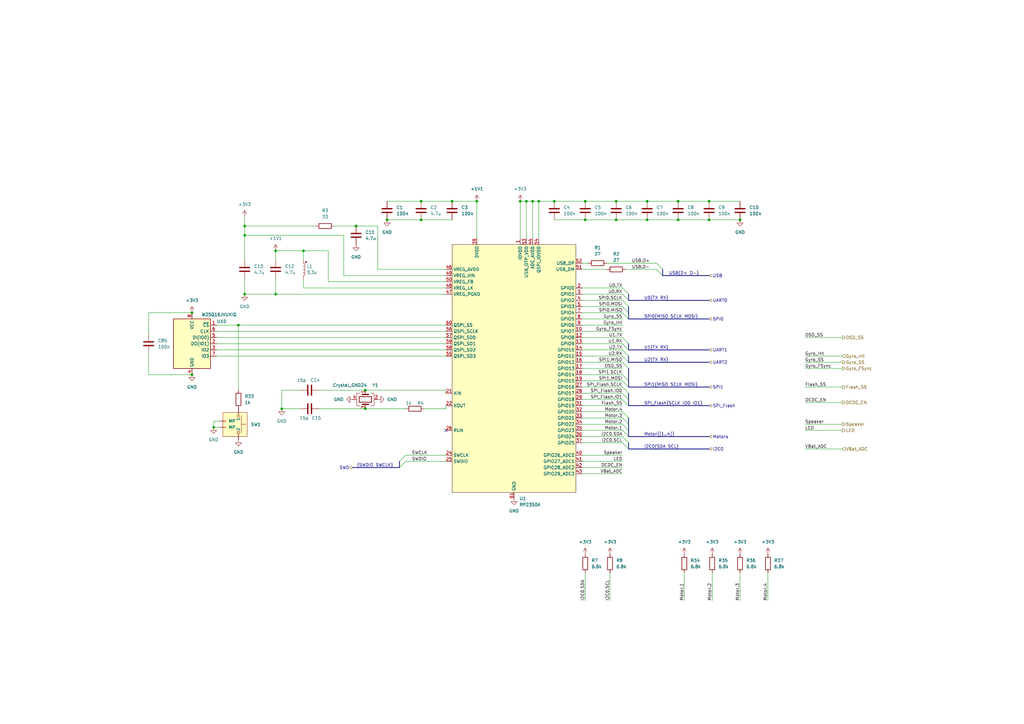
<source format=kicad_sch>
(kicad_sch (version 20250114) (generator "eeschema") (generator_version "9.0")
  (paper "A3")
  (title_block (title "Kolibri FC - RP2350 Schematics"))
  (lib_symbols
    (symbol "Device:C" (pin_numbers (hide yes)) (pin_names (offset 0.254))
      (property "Reference" "C" (at 0.635 2.54 0))
      (property "Value" "C" (at 0.635 -2.54 0))
      (symbol "C_0_1"
        (polyline (pts (xy -2.032 0.762) (xy 2.032 0.762)) (stroke (width 0.508)))
        (polyline (pts (xy -2.032 -0.762) (xy 2.032 -0.762)) (stroke (width 0.508)))
      )
      (symbol "C_1_1"
        (pin passive line (at 0 3.81 270) (length 2.794) (name "~") (number "1"))
        (pin passive line (at 0 -3.81 90) (length 2.794) (name "~") (number "2"))
      )
    )
    (symbol "Device:Crystal_GND24" (pin_names (offset 1.016) (hide yes))
      (property "Reference" "Y" (at 3.175 5.08 0))
      (property "Value" "Crystal_GND24" (at 3.175 3.175 0))
      (symbol "Crystal_GND24_0_1"
        (polyline (pts (xy -2.54 2.286) (xy -2.54 3.556) (xy 2.54 3.556) (xy 2.54 2.286)))
        (polyline (pts (xy -2.54 0) (xy -2.032 0)))
        (polyline (pts (xy -2.54 -2.286) (xy -2.54 -3.556) (xy 2.54 -3.556) (xy 2.54 -2.286)))
        (polyline (pts (xy -2.032 -1.27) (xy -2.032 1.27)) (stroke (width 0.508)))
        (rectangle (start -1.143 2.54) (end 1.143 -2.54) (stroke (width 0.3048)))
        (polyline (pts (xy 0 3.556) (xy 0 3.81)))
        (polyline (pts (xy 0 -3.81) (xy 0 -3.556)))
        (polyline (pts (xy 2.032 0) (xy 2.54 0)))
        (polyline (pts (xy 2.032 -1.27) (xy 2.032 1.27)) (stroke (width 0.508)))
      )
      (symbol "Crystal_GND24_1_1"
        (pin passive line (at -3.81 0 0) (length 1.27) (name "1") (number "1"))
        (pin passive line (at 0 5.08 270) (length 1.27) (name "2") (number "2"))
        (pin passive line (at 0 -5.08 90) (length 1.27) (name "4") (number "4"))
        (pin passive line (at 3.81 0 180) (length 1.27) (name "3") (number "3"))
      )
    )
    (symbol "Device:L" (pin_numbers (hide yes)) (pin_names (offset 1.016) (hide yes))
      (property "Reference" "L1" (at 1.27 1.2701 0))
      (property "Value" "3.3u" (at 1.27 -1.2699 0))
      (symbol "L_0_1"
        (arc (start 0 2.54) (mid 0.6323 1.905) (end 0 1.27))
        (arc (start 0 1.27) (mid 0.6323 0.635) (end 0 0))
        (arc (start 0 0) (mid 0.6323 -0.635) (end 0 -1.27))
        (arc (start 0 -1.27) (mid 0.6323 -1.905) (end 0 -2.54))
      )
      (symbol "L_1_1"
        (circle (center 1.016 3.048) (radius 0.3592) (stroke (width -0.0001)) (fill (type outline)))
        (pin passive line (at 0 3.81 270) (length 1.27) (name "1") (number "1"))
        (pin passive line (at 0 -3.81 90) (length 1.27) (name "2") (number "2"))
      )
    )
    (symbol "Device:R" (pin_numbers (hide yes)) (pin_names (offset 0))
      (property "Reference" "R" (at 2.032 0 90))
      (property "Value" "R" (at 0 0 90))
      (symbol "R_0_1"
        (rectangle (start -1.016 -2.54) (end 1.016 2.54) (stroke (width 0.254)))
      )
      (symbol "R_1_1"
        (pin passive line (at 0 3.81 270) (length 1.27) (name "~") (number "1"))
        (pin passive line (at 0 -3.81 90) (length 1.27) (name "~") (number "2"))
      )
    )
    (symbol "Kolibri custom:RP2350A"
      (property "Reference" "U" (at 10.668 -52.07 0))
      (property "Value" "RP2350A" (at 0.254 0 0))
      (symbol "RP2350A_1_1"
        (rectangle (start -25.4 50.8) (end 25.4 -50.8) (stroke (width 0) (color 72 0 0 1)) (fill (type background)))
        (pin power_in line (at -27.94 40.64 0) (length 2.54) (name "VREG_AVDD") (number "46"))
        (pin power_in line (at -27.94 38.1 0) (length 2.54) (name "VREG_VIN") (number "49"))
        (pin input line (at -27.94 35.56 0) (length 2.54) (name "VREG_FB") (number "50"))
        (pin power_out line (at -27.94 33.02 0) (length 2.54) (name "VREG_LX") (number "48"))
        (pin power_in line (at -27.94 30.48 0) (length 2.54) (name "VREG_PGND") (number "47"))
        (pin bidirectional line (at -27.94 17.78 0) (length 2.54) (name "QSPI_SS") (number "60"))
        (pin bidirectional line (at -27.94 15.24 0) (length 2.54) (name "QSPI_SCLK") (number "56"))
        (pin bidirectional line (at -27.94 12.7 0) (length 2.54) (name "QSPI_SD0") (number "57"))
        (pin bidirectional line (at -27.94 10.16 0) (length 2.54) (name "QSPI_SD1") (number "59"))
        (pin bidirectional line (at -27.94 7.62 0) (length 2.54) (name "QSPI_SD2") (number "58"))
        (pin bidirectional line (at -27.94 5.08 0) (length 2.54) (name "QSPI_SD3") (number "55"))
        (pin input line (at -27.94 -10.16 0) (length 2.54) (name "XIN") (number "21"))
        (pin output line (at -27.94 -15.24 0) (length 2.54) (name "XOUT") (number "22"))
        (pin input line (at -27.94 -25.4 0) (length 2.54) (name "RUN") (number "26"))
        (pin output line (at -27.94 -35.56 0) (length 2.54) (name "SWCLK") (number "24"))
        (pin bidirectional line (at -27.94 -38.1 0) (length 2.54) (name "SWDIO") (number "25"))
        (pin power_in line (at -15.24 53.34 270) (length 2.54) (hide yes) (name "DVDD") (number "23"))
        (pin power_in line (at -15.24 53.34 270) (length 2.54) (name "DVDD") (number "39"))
        (pin power_in line (at -15.24 53.34 270) (length 2.54) (hide yes) (name "DVDD") (number "6"))
        (pin power_in line (at 0 -53.34 90) (length 2.54) (name "GND") (number "61"))
        (pin power_in line (at 2.54 53.34 270) (length 2.54) (name "IOVDD") (number "1"))
        (pin power_in line (at 2.54 53.34 270) (length 2.54) (hide yes) (name "IOVDD") (number "11"))
        (pin power_in line (at 2.54 53.34 270) (length 2.54) (hide yes) (name "IOVDD") (number "20"))
        (pin power_in line (at 2.54 53.34 270) (length 2.54) (hide yes) (name "IOVDD") (number "30"))
        (pin power_in line (at 2.54 53.34 270) (length 2.54) (hide yes) (name "IOVDD") (number "38"))
        (pin power_in line (at 2.54 53.34 270) (length 2.54) (hide yes) (name "IOVDD") (number "45"))
        (pin power_in line (at 5.08 53.34 270) (length 2.54) (name "USB_OTP_VDD") (number "53"))
        (pin power_in line (at 7.62 53.34 270) (length 2.54) (name "ADC_AVDD") (number "44"))
        (pin power_in line (at 10.16 53.34 270) (length 2.54) (name "QSPI_IOVDD") (number "54"))
        (pin bidirectional line (at 27.94 43.18 180) (length 2.54) (name "USB_DP") (number "52"))
        (pin bidirectional line (at 27.94 40.64 180) (length 2.54) (name "USB_DM") (number "51"))
        (pin bidirectional line (at 27.94 33.02 180) (length 2.54) (name "GPIO0") (number "2"))
        (pin bidirectional line (at 27.94 30.48 180) (length 2.54) (name "GPIO1") (number "3"))
        (pin bidirectional line (at 27.94 27.94 180) (length 2.54) (name "GPIO2") (number "4"))
        (pin bidirectional line (at 27.94 25.4 180) (length 2.54) (name "GPIO3") (number "5"))
        (pin bidirectional line (at 27.94 22.86 180) (length 2.54) (name "GPIO4") (number "7"))
        (pin bidirectional line (at 27.94 20.32 180) (length 2.54) (name "GPIO5") (number "8"))
        (pin bidirectional line (at 27.94 17.78 180) (length 2.54) (name "GPIO6") (number "9"))
        (pin bidirectional line (at 27.94 15.24 180) (length 2.54) (name "GPIO7") (number "10"))
        (pin bidirectional line (at 27.94 12.7 180) (length 2.54) (name "GPIO8") (number "12"))
        (pin bidirectional line (at 27.94 10.16 180) (length 2.54) (name "GPIO9") (number "13"))
        (pin bidirectional line (at 27.94 7.62 180) (length 2.54) (name "GPIO10") (number "14"))
        (pin bidirectional line (at 27.94 5.08 180) (length 2.54) (name "GPIO11") (number "15"))
        (pin bidirectional line (at 27.94 2.54 180) (length 2.54) (name "GPIO12") (number "16"))
        (pin bidirectional line (at 27.94 0 180) (length 2.54) (name "GPIO13") (number "17"))
        (pin bidirectional line (at 27.94 -2.54 180) (length 2.54) (name "GPIO14") (number "18"))
        (pin bidirectional line (at 27.94 -5.08 180) (length 2.54) (name "GPIO15") (number "19"))
        (pin bidirectional line (at 27.94 -7.62 180) (length 2.54) (name "GPIO16") (number "27"))
        (pin bidirectional line (at 27.94 -10.16 180) (length 2.54) (name "GPIO17") (number "28"))
        (pin bidirectional line (at 27.94 -12.7 180) (length 2.54) (name "GPIO18") (number "29"))
        (pin bidirectional line (at 27.94 -15.24 180) (length 2.54) (name "GPIO19") (number "31"))
        (pin bidirectional line (at 27.94 -17.78 180) (length 2.54) (name "GPIO20") (number "32"))
        (pin bidirectional line (at 27.94 -20.32 180) (length 2.54) (name "GPIO21") (number "33"))
        (pin bidirectional line (at 27.94 -22.86 180) (length 2.54) (name "GPIO22") (number "34"))
        (pin bidirectional line (at 27.94 -25.4 180) (length 2.54) (name "GPIO23") (number "35"))
        (pin bidirectional line (at 27.94 -27.94 180) (length 2.54) (name "GPIO24") (number "36"))
        (pin bidirectional line (at 27.94 -30.48 180) (length 2.54) (name "GPIO25") (number "37"))
        (pin bidirectional line (at 27.94 -35.56 180) (length 2.54) (name "GPIO26_ADC0") (number "40"))
        (pin bidirectional line (at 27.94 -38.1 180) (length 2.54) (name "GPIO27_ADC1") (number "41"))
        (pin bidirectional line (at 27.94 -40.64 180) (length 2.54) (name "GPIO28_ADC2") (number "42"))
        (pin bidirectional line (at 27.94 -43.18 180) (length 2.54) (name "GPIO29_ADC3") (number "43"))
      )
    )
    (symbol "Kolibri custom:SW_Push w/ GND" (pin_numbers (hide yes)) (pin_names (offset 1.016))
      (property "Reference" "SW" (at -1.016 4.572 0))
      (symbol "SW_Push w/ GND_0_1"
        (circle (center -3.302 0) (radius 0.508))
        (polyline (pts (xy 0 1.27) (xy 0 3.048)))
        (circle (center 3.302 0) (radius 0.508))
        (polyline (pts (xy 3.556 1.27) (xy -3.556 1.27)))
        (pin passive line (at -6.35 0 0) (length 2.54) (name "1") (number "1"))
        (pin passive line (at 6.35 0 180) (length 2.54) (name "2") (number "2"))
      )
      (symbol "SW_Push w/ GND_1_1"
        (rectangle (start -4.826 3.556) (end 5.08 -6.35) (fill (type background)))
        (pin passive line (at -1.27 -7.62 90) (length 2.54) (name "MP") (number "3"))
        (pin passive line (at 1.27 -7.62 90) (length 2.54) (name "MP") (number "4"))
      )
    )
    (symbol "Memory_Flash:W25Q32JVSS"
      (property "Reference" "U10" (at -14.224 9.144 0))
      (property "Value" "W25Q16JVUXIQ" (at -18.288 11.938 0))
      (symbol "W25Q32JVSS_0_1"
        (rectangle (start -7.62 10.16) (end 7.62 -10.16) (stroke (width 0.254)) (fill (type background)))
      )
      (symbol "W25Q32JVSS_1_1"
        (pin input line (at -10.16 7.62 0) (length 2.54) (name "~{CS}") (number "1"))
        (pin input line (at -10.16 5.08 0) (length 2.54) (name "CLK") (number "6"))
        (pin bidirectional line (at -10.16 2.54 0) (length 2.54) (name "DI(IO0)") (number "5"))
        (pin bidirectional line (at -10.16 0 0) (length 2.54) (name "DO(IO1)") (number "2"))
        (pin bidirectional line (at -10.16 -2.54 0) (length 2.54) (name "IO2") (number "3"))
        (pin bidirectional line (at -10.16 -5.08 0) (length 2.54) (name "IO3") (number "7"))
        (pin power_in line (at 0 12.7 270) (length 2.54) (name "VCC") (number "8"))
        (pin power_in line (at 0 -12.7 90) (length 2.54) (name "GND") (number "4"))
        (pin passive line (at 0 -12.7 90) (length 2.54) (hide yes) (name "EP") (number "9"))
      )
    )
    (symbol "power:+1V1" (power) (pin_numbers (hide yes)) (pin_names (offset 0) (hide yes))
      (property "Value" "+1V1" (at 0 3.556 0))
      (symbol "+1V1_0_1"
        (polyline (pts (xy -0.762 1.27) (xy 0 2.54)))
        (polyline (pts (xy 0 2.54) (xy 0.762 1.27)))
        (polyline (pts (xy 0 0) (xy 0 2.54)))
      )
      (symbol "+1V1_1_1"
        (pin power_in line (at 0 0 90) (length 0) (name "~") (number "1"))
      )
    )
    (symbol "power:+3V3" (power) (pin_numbers (hide yes)) (pin_names (offset 0) (hide yes))
      (property "Value" "+3V3" (at 0 3.556 0))
      (symbol "+3V3_0_1"
        (polyline (pts (xy -0.762 1.27) (xy 0 2.54)))
        (polyline (pts (xy 0 2.54) (xy 0.762 1.27)))
        (polyline (pts (xy 0 0) (xy 0 2.54)))
      )
      (symbol "+3V3_1_1"
        (pin power_in line (at 0 0 90) (length 0) (name "~") (number "1"))
      )
    )
    (symbol "power:GND" (power) (pin_numbers (hide yes)) (pin_names (offset 0) (hide yes))
      (property "Value" "GND" (at 0 -3.81 0))
      (symbol "GND_0_1"
        (polyline (pts (xy 0 0) (xy 0 -1.27) (xy 1.27 -1.27) (xy 0 -2.54) (xy -1.27 -1.27) (xy 0 -1.27)))
      )
      (symbol "GND_1_1"
        (pin power_in line (at 0 0 270) (length 0) (name "~") (number "1"))
      )
    )
  )
  (junction (at 113.03 102.87))
  (junction (at 100.33 120.65))
  (junction (at 78.74 128.27))
  (junction (at 146.05 92.71))
  (junction (at 265.43 82.55))
  (junction (at 124.46 102.87))
  (junction (at 278.13 82.55))
  (junction (at 213.36 82.55))
  (junction (at 252.73 82.55))
  (junction (at 227.33 82.55))
  (junction (at 87.63 175.26))
  (junction (at 100.33 92.71))
  (junction (at 100.33 96.52))
  (junction (at 240.03 82.55))
  (junction (at 172.72 90.17))
  (junction (at 265.43 90.17))
  (junction (at 195.58 82.55))
  (junction (at 303.53 90.17))
  (junction (at 149.86 160.02))
  (junction (at 149.86 167.64))
  (junction (at 240.03 90.17))
  (junction (at 158.75 90.17))
  (junction (at 278.13 90.17))
  (junction (at 218.44 82.55))
  (junction (at 113.03 120.65))
  (junction (at 115.57 167.64))
  (junction (at 290.83 82.55))
  (junction (at 172.72 82.55))
  (junction (at 220.98 82.55))
  (junction (at 78.74 153.67))
  (junction (at 185.42 82.55))
  (junction (at 97.79 133.35))
  (junction (at 252.73 90.17))
  (junction (at 215.9 82.55))
  (junction (at 290.83 90.17))
  (no_connect (at 182.88 176.53))
  (bus_entry (at 255.27 156.21) (size 2.54 2.54))
  (bus_entry (at 255.27 179.07) (size 2.54 2.54))
  (bus_entry (at 163.83 191.77) (size 2.54 -2.54))
  (bus_entry (at 255.27 120.65) (size 2.54 2.54))
  (bus_entry (at 257.81 163.83) (size -2.54 -2.54))
  (bus_entry (at 269.24 107.95) (size 2.54 2.54))
  (bus_entry (at 255.27 173.99) (size 2.54 2.54))
  (bus_entry (at 255.27 148.59) (size 2.54 2.54))
  (bus_entry (at 257.81 130.81) (size -2.54 -2.54))
  (bus_entry (at 257.81 161.29) (size -2.54 -2.54))
  (bus_entry (at 255.27 168.91) (size 2.54 2.54))
  (bus_entry (at 257.81 128.27) (size -2.54 -2.54))
  (bus_entry (at 257.81 166.37) (size -2.54 -2.54))
  (bus_entry (at 255.27 181.61) (size 2.54 2.54))
  (bus_entry (at 255.27 146.05) (size 2.54 2.54))
  (bus_entry (at 255.27 171.45) (size 2.54 2.54))
  (bus_entry (at 269.24 110.49) (size 2.54 2.54))
  (bus_entry (at 255.27 138.43) (size 2.54 2.54))
  (bus_entry (at 255.27 153.67) (size 2.54 2.54))
  (bus_entry (at 163.83 189.23) (size 2.54 -2.54))
  (bus_entry (at 257.81 125.73) (size -2.54 -2.54))
  (bus_entry (at 255.27 143.51) (size 2.54 2.54))
  (bus_entry (at 255.27 176.53) (size 2.54 2.54))
  (bus_entry (at 255.27 118.11) (size 2.54 2.54))
  (bus_entry (at 255.27 140.97) (size 2.54 2.54))
  (wire (pts (xy 124.46 114.3) (xy 124.46 118.11)))
  (wire (pts (xy 238.76 166.37) (xy 255.27 166.37)))
  (wire (pts (xy 252.73 82.55) (xy 265.43 82.55)))
  (wire (pts (xy 240.03 234.95) (xy 240.03 246.38)))
  (wire (pts (xy 238.76 120.65) (xy 255.27 120.65)))
  (bus (pts (xy 257.81 158.75) (xy 290.83 158.75)))
  (bus (pts (xy 257.81 151.13) (xy 257.81 156.21)))
  (wire (pts (xy 238.76 128.27) (xy 255.27 128.27)))
  (bus (pts (xy 257.81 156.21) (xy 257.81 158.75)))
  (bus (pts (xy 257.81 123.19) (xy 290.83 123.19)))
  (bus (pts (xy 257.81 128.27) (xy 257.81 130.81)))
  (wire (pts (xy 100.33 114.3) (xy 100.33 120.65)))
  (bus (pts (xy 144.78 191.77) (xy 163.83 191.77)))
  (wire (pts (xy 238.76 146.05) (xy 255.27 146.05)))
  (bus (pts (xy 257.81 181.61) (xy 257.81 184.15)))
  (wire (pts (xy 140.97 113.03) (xy 140.97 96.52)))
  (wire (pts (xy 97.79 133.35) (xy 182.88 133.35)))
  (wire (pts (xy 290.83 90.17) (xy 303.53 90.17)))
  (wire (pts (xy 238.76 168.91) (xy 255.27 168.91)))
  (wire (pts (xy 220.98 82.55) (xy 220.98 97.79)))
  (wire (pts (xy 182.88 113.03) (xy 140.97 113.03)))
  (wire (pts (xy 238.76 130.81) (xy 255.27 130.81)))
  (wire (pts (xy 172.72 90.17) (xy 185.42 90.17)))
  (wire (pts (xy 238.76 158.75) (xy 255.27 158.75)))
  (wire (pts (xy 238.76 118.11) (xy 255.27 118.11)))
  (wire (pts (xy 166.37 189.23) (xy 182.88 189.23)))
  (wire (pts (xy 238.76 194.31) (xy 255.27 194.31)))
  (wire (pts (xy 60.96 128.27) (xy 60.96 137.16)))
  (bus (pts (xy 257.81 171.45) (xy 257.81 173.99)))
  (wire (pts (xy 256.54 110.49) (xy 269.24 110.49)))
  (bus (pts (xy 257.81 184.15) (xy 290.83 184.15)))
  (wire (pts (xy 215.9 82.55) (xy 218.44 82.55)))
  (wire (pts (xy 227.33 82.55) (xy 240.03 82.55)))
  (wire (pts (xy 240.03 90.17) (xy 252.73 90.17)))
  (wire (pts (xy 185.42 82.55) (xy 195.58 82.55)))
  (wire (pts (xy 238.76 161.29) (xy 255.27 161.29)))
  (wire (pts (xy 134.62 115.57) (xy 134.62 102.87)))
  (wire (pts (xy 238.76 156.21) (xy 255.27 156.21)))
  (wire (pts (xy 330.2 184.15) (xy 345.44 184.15)))
  (wire (pts (xy 113.03 114.3) (xy 113.03 120.65)))
  (wire (pts (xy 265.43 90.17) (xy 278.13 90.17)))
  (bus (pts (xy 257.81 146.05) (xy 257.81 148.59)))
  (wire (pts (xy 330.2 173.99) (xy 345.44 173.99)))
  (wire (pts (xy 238.76 140.97) (xy 255.27 140.97)))
  (wire (pts (xy 238.76 171.45) (xy 255.27 171.45)))
  (wire (pts (xy 238.76 153.67) (xy 255.27 153.67)))
  (wire (pts (xy 100.33 88.9) (xy 100.33 92.71)))
  (bus (pts (xy 257.81 161.29) (xy 257.81 163.83)))
  (bus (pts (xy 257.81 173.99) (xy 257.81 176.53)))
  (wire (pts (xy 238.76 135.89) (xy 255.27 135.89)))
  (wire (pts (xy 238.76 133.35) (xy 255.27 133.35)))
  (wire (pts (xy 238.76 186.69) (xy 255.27 186.69)))
  (wire (pts (xy 330.2 151.13) (xy 345.44 151.13)))
  (wire (pts (xy 215.9 82.55) (xy 215.9 97.79)))
  (wire (pts (xy 248.92 107.95) (xy 269.24 107.95)))
  (bus (pts (xy 257.81 166.37) (xy 290.83 166.37)))
  (wire (pts (xy 60.96 144.78) (xy 60.96 153.67)))
  (wire (pts (xy 149.86 160.02) (xy 182.88 160.02)))
  (wire (pts (xy 238.76 176.53) (xy 255.27 176.53)))
  (wire (pts (xy 238.76 173.99) (xy 255.27 173.99)))
  (wire (pts (xy 88.9 138.43) (xy 182.88 138.43)))
  (wire (pts (xy 97.79 133.35) (xy 97.79 160.02)))
  (wire (pts (xy 123.19 160.02) (xy 115.57 160.02)))
  (bus (pts (xy 257.81 179.07) (xy 290.83 179.07)))
  (wire (pts (xy 238.76 143.51) (xy 255.27 143.51)))
  (wire (pts (xy 182.88 167.64) (xy 182.88 166.37)))
  (wire (pts (xy 158.75 82.55) (xy 172.72 82.55)))
  (bus (pts (xy 257.81 140.97) (xy 257.81 143.51)))
  (wire (pts (xy 88.9 140.97) (xy 182.88 140.97)))
  (wire (pts (xy 87.63 172.72) (xy 87.63 175.26)))
  (wire (pts (xy 113.03 102.87) (xy 124.46 102.87)))
  (wire (pts (xy 238.76 163.83) (xy 255.27 163.83)))
  (wire (pts (xy 172.72 82.55) (xy 185.42 82.55)))
  (wire (pts (xy 130.81 160.02) (xy 149.86 160.02)))
  (wire (pts (xy 137.16 92.71) (xy 146.05 92.71)))
  (wire (pts (xy 238.76 151.13) (xy 255.27 151.13)))
  (bus (pts (xy 163.83 189.23) (xy 163.83 191.77)))
  (wire (pts (xy 124.46 118.11) (xy 182.88 118.11)))
  (wire (pts (xy 238.76 181.61) (xy 255.27 181.61)))
  (wire (pts (xy 100.33 96.52) (xy 100.33 106.68)))
  (wire (pts (xy 240.03 82.55) (xy 252.73 82.55)))
  (wire (pts (xy 213.36 97.79) (xy 213.36 82.55)))
  (wire (pts (xy 88.9 143.51) (xy 182.88 143.51)))
  (wire (pts (xy 140.97 96.52) (xy 100.33 96.52)))
  (wire (pts (xy 238.76 110.49) (xy 248.92 110.49)))
  (wire (pts (xy 238.76 191.77) (xy 255.27 191.77)))
  (wire (pts (xy 278.13 82.55) (xy 290.83 82.55)))
  (wire (pts (xy 113.03 120.65) (xy 182.88 120.65)))
  (wire (pts (xy 60.96 153.67) (xy 78.74 153.67)))
  (wire (pts (xy 154.94 110.49) (xy 182.88 110.49)))
  (wire (pts (xy 238.76 123.19) (xy 255.27 123.19)))
  (wire (pts (xy 195.58 97.79) (xy 195.58 82.55)))
  (wire (pts (xy 220.98 82.55) (xy 227.33 82.55)))
  (wire (pts (xy 290.83 82.55) (xy 303.53 82.55)))
  (wire (pts (xy 227.33 90.17) (xy 240.03 90.17)))
  (wire (pts (xy 182.88 161.29) (xy 182.88 160.02)))
  (wire (pts (xy 265.43 82.55) (xy 278.13 82.55)))
  (wire (pts (xy 88.9 135.89) (xy 182.88 135.89)))
  (wire (pts (xy 158.75 90.17) (xy 172.72 90.17)))
  (wire (pts (xy 314.96 234.95) (xy 314.96 246.38)))
  (bus (pts (xy 271.78 113.03) (xy 290.83 113.03)))
  (wire (pts (xy 330.2 165.1) (xy 345.44 165.1)))
  (wire (pts (xy 100.33 92.71) (xy 100.33 96.52)))
  (wire (pts (xy 88.9 133.35) (xy 97.79 133.35)))
  (wire (pts (xy 124.46 102.87) (xy 124.46 106.68)))
  (bus (pts (xy 257.81 163.83) (xy 257.81 166.37)))
  (wire (pts (xy 149.86 167.64) (xy 166.37 167.64)))
  (wire (pts (xy 303.53 234.95) (xy 303.53 246.38)))
  (wire (pts (xy 218.44 82.55) (xy 218.44 97.79)))
  (wire (pts (xy 87.63 175.26) (xy 90.17 175.26)))
  (wire (pts (xy 238.76 148.59) (xy 255.27 148.59)))
  (bus (pts (xy 257.81 125.73) (xy 257.81 128.27)))
  (wire (pts (xy 238.76 179.07) (xy 255.27 179.07)))
  (bus (pts (xy 271.78 110.49) (xy 271.78 113.03)))
  (bus (pts (xy 257.81 130.81) (xy 290.83 130.81)))
  (wire (pts (xy 330.2 146.05) (xy 345.44 146.05)))
  (bus (pts (xy 257.81 120.65) (xy 257.81 123.19)))
  (wire (pts (xy 250.19 234.95) (xy 250.19 246.38)))
  (wire (pts (xy 88.9 146.05) (xy 182.88 146.05)))
  (wire (pts (xy 238.76 189.23) (xy 255.27 189.23)))
  (wire (pts (xy 280.67 234.95) (xy 280.67 246.38)))
  (wire (pts (xy 154.94 92.71) (xy 154.94 110.49)))
  (wire (pts (xy 130.81 167.64) (xy 149.86 167.64)))
  (wire (pts (xy 115.57 167.64) (xy 123.19 167.64)))
  (wire (pts (xy 330.2 138.43) (xy 345.44 138.43)))
  (wire (pts (xy 182.88 115.57) (xy 134.62 115.57)))
  (wire (pts (xy 100.33 92.71) (xy 129.54 92.71)))
  (wire (pts (xy 330.2 158.75) (xy 345.44 158.75)))
  (wire (pts (xy 238.76 125.73) (xy 255.27 125.73)))
  (bus (pts (xy 257.81 148.59) (xy 290.83 148.59)))
  (wire (pts (xy 238.76 107.95) (xy 241.3 107.95)))
  (wire (pts (xy 218.44 82.55) (xy 220.98 82.55)))
  (wire (pts (xy 166.37 186.69) (xy 182.88 186.69)))
  (wire (pts (xy 213.36 82.55) (xy 215.9 82.55)))
  (wire (pts (xy 292.1 234.95) (xy 292.1 246.38)))
  (wire (pts (xy 146.05 92.71) (xy 154.94 92.71)))
  (wire (pts (xy 330.2 176.53) (xy 345.44 176.53)))
  (wire (pts (xy 115.57 160.02) (xy 115.57 167.64)))
  (wire (pts (xy 278.13 90.17) (xy 290.83 90.17)))
  (wire (pts (xy 90.17 172.72) (xy 87.63 172.72)))
  (bus (pts (xy 257.81 176.53) (xy 257.81 179.07)))
  (wire (pts (xy 113.03 102.87) (xy 113.03 106.68)))
  (wire (pts (xy 60.96 128.27) (xy 78.74 128.27)))
  (wire (pts (xy 124.46 102.87) (xy 134.62 102.87)))
  (wire (pts (xy 252.73 90.17) (xy 265.43 90.17)))
  (wire (pts (xy 330.2 148.59) (xy 345.44 148.59)))
  (wire (pts (xy 173.99 167.64) (xy 182.88 167.64)))
  (wire (pts (xy 238.76 138.43) (xy 255.27 138.43)))
  (bus (pts (xy 257.81 143.51) (xy 290.83 143.51)))
  (wire (pts (xy 100.33 120.65) (xy 113.03 120.65)))
  (label "Flash_SS" (at 255.27 166.37 180))
  (label "U0{TX RX}" (at 264.16 123.19 0))
  (label "Motor.1" (at 280.67 246.38 90))
  (label "I2C0.SCL" (at 255.27 181.61 180))
  (label "I2C0{SDA SCL}" (at 264.16 184.15 0))
  (label "Motor{[1..4]}" (at 264.16 179.07 0))
  (label "USB.D-" (at 259.08 110.49 0))
  (label "I2C0.SCL" (at 250.19 246.38 90))
  (label "SPI_Flash.IO1" (at 255.27 163.83 180))
  (label "USB{D+ D-}" (at 274.32 113.03 0))
  (label "OSD_SS" (at 255.27 151.13 180))
  (label "SPI0.SCLK" (at 255.27 123.19 180))
  (label "VBat_ADC" (at 330.2 184.15 0))
  (label "Motor.3" (at 303.53 246.38 90))
  (label "OSD_SS" (at 330.2 138.43 0))
  (label "U0.TX" (at 255.27 118.11 180))
  (label "DCDC_EN" (at 330.2 165.1 0))
  (label "VBat_ADC" (at 255.27 194.31 180))
  (label "Motor.2" (at 292.1 246.38 90))
  (label "Gyro_FSync" (at 255.27 135.89 180))
  (label "LED" (at 255.27 189.23 180))
  (label "SPI1.SCLK" (at 255.27 153.67 180))
  (label "DCDC_EN" (at 255.27 191.77 180))
  (label "SPI_Flash.SCLK" (at 255.27 158.75 180))
  (label "LED" (at 330.2 176.53 0))
  (label "Gyro_Int" (at 255.27 133.35 180))
  (label "SPI1{MISO SCLK MOSI}" (at 264.16 158.75 0))
  (label "Gyro_SS" (at 330.2 148.59 0))
  (label "Gyro_Int" (at 330.2 146.05 0))
  (label "Motor.3" (at 255.27 171.45 180))
  (label "Gyro_SS" (at 255.27 130.81 180))
  (label "U1{TX RX}" (at 264.16 143.51 0))
  (label "SPI0{MISO SCLK MOSI}" (at 264.16 130.81 0))
  (label "Motor.4" (at 314.96 246.38 90))
  (label "Motor.1" (at 255.27 176.53 180))
  (label "U0.RX" (at 255.27 120.65 180))
  (label "U1.TX" (at 255.27 138.43 180))
  (label "SPI1.MISO" (at 255.27 148.59 180))
  (label "Speaker" (at 255.27 186.69 180))
  (label "SPI_Flash{SCLK IO0 IO1}" (at 264.16 166.37 0))
  (label "{SWDIO SWCLK}" (at 161.29 191.77 180))
  (label "U2.RX" (at 255.27 146.05 180))
  (label "USB.D+" (at 259.08 107.95 0))
  (label "Motor.4" (at 255.27 168.91 180))
  (label "Speaker" (at 330.2 173.99 0))
  (label "Flash_SS" (at 330.2 158.75 0))
  (label "SWDIO" (at 168.91 189.23 0))
  (label "U2.TX" (at 255.27 143.51 180))
  (label "Gyro_FSync" (at 330.2 151.13 0))
  (label "Motor.2" (at 255.27 173.99 180))
  (label "U1.RX" (at 255.27 140.97 180))
  (label "I2C0.SDA" (at 255.27 179.07 180))
  (label "SPI0.MOSI" (at 255.27 125.73 180))
  (label "U2{TX RX}" (at 264.16 148.59 0))
  (label "I2C0.SDA" (at 240.03 246.38 90))
  (label "SPI_Flash.IO0" (at 255.27 161.29 180))
  (label "SPI0.MISO" (at 255.27 128.27 180))
  (label "SWCLK" (at 168.91 186.69 0))
  (label "SPI1.MOSI" (at 255.27 156.21 180))
  (hierarchical_label "Gyro_Int" (shape input) (at 345.44 146.05 0))
  (hierarchical_label "SPI_Flash" (shape bidirectional) (at 290.83 166.37 0))
  (hierarchical_label "Gyro_FSync" (shape output) (at 345.44 151.13 0))
  (hierarchical_label "DCDC_EN" (shape output) (at 345.44 165.1 0))
  (hierarchical_label "UART0" (shape bidirectional) (at 290.83 123.19 0))
  (hierarchical_label "Flash_SS" (shape output) (at 345.44 158.75 0))
  (hierarchical_label "I2C0" (shape bidirectional) (at 290.83 184.15 0))
  (hierarchical_label "Gyro_SS" (shape output) (at 345.44 148.59 0))
  (hierarchical_label "SWD" (shape bidirectional) (at 144.78 191.77 180))
  (hierarchical_label "SPI0" (shape bidirectional) (at 290.83 130.81 0))
  (hierarchical_label "Motors" (shape bidirectional) (at 290.83 179.07 0))
  (hierarchical_label "SPI1" (shape bidirectional) (at 290.83 158.75 0))
  (hierarchical_label "UART2" (shape bidirectional) (at 290.83 148.59 0))
  (hierarchical_label "Speaker" (shape output) (at 345.44 173.99 0))
  (hierarchical_label "UART1" (shape bidirectional) (at 290.83 143.51 0))
  (hierarchical_label "LED" (shape output) (at 345.44 176.53 0))
  (hierarchical_label "USB" (shape bidirectional) (at 290.83 113.03 0))
  (hierarchical_label "OSD_SS" (shape output) (at 345.44 138.43 0))
  (hierarchical_label "VBat_ADC" (shape input) (at 345.44 184.15 0))
  (symbol (lib_id "Device:L") (at 124.46 110.49 0) (unit 1)
    (property "Reference" "L1" (at 125.73 109.2199 0) (effects (justify left)))
    (property "Value" "3.3u" (at 125.73 111.7599 0) (effects (justify left)))
    (property "Footprint" "Kolibri custom:Abracon AOTA 0806" (effects (hide yes)))
    (property "Description" "Inductor" (effects (hide yes)))
  )
  (symbol (lib_id "Device:C") (at 278.13 86.36 0) (unit 1)
    (property "Reference" "C8" (at 281.94 85.0899 0) (effects (justify left)))
    (property "Value" "100n" (at 281.94 87.6299 0) (effects (justify left)))
    (property "Footprint" "Capacitor_SMD:C_0402_1005Metric_Pad0.74x0.62mm_HandSolder" (effects (hide yes)))
    (property "Description" "Unpolarized capacitor" (effects (hide yes)))
  )
  (symbol (lib_id "Device:R") (at 170.18 167.64 90) (unit 1)
    (property "Reference" "R4" (at 172.466 165.354 90))
    (property "Value" "1k" (at 167.64 165.354 90))
    (property "Footprint" "Resistor_SMD:R_0402_1005Metric_Pad0.72x0.64mm_HandSolder" (effects (hide yes)))
    (property "Description" "Resistor" (effects (hide yes)))
  )
  (symbol (lib_id "power:GND") (at 78.74 153.67 0) (unit 1)
    (property "Reference" "#PWR155" (effects (hide yes)))
    (property "Value" "GND" (at 78.74 158.75 0))
    (property "Description" "Power symbol creates a global label with name \"GND\" , ground" (effects (hide yes)))
  )
  (symbol (lib_id "Device:R") (at 97.79 163.83 0) (unit 1)
    (property "Reference" "R33" (at 100.33 162.5599 0) (effects (justify left)))
    (property "Value" "1k" (at 100.33 165.0999 0) (effects (justify left)))
    (property "Footprint" "Resistor_SMD:R_0402_1005Metric_Pad0.72x0.64mm_HandSolder" (effects (hide yes)))
    (property "Description" "Resistor" (effects (hide yes)))
  )
  (symbol (lib_id "power:+1V1") (at 195.58 82.55 0) (unit 1)
    (property "Reference" "#PWR01" (effects (hide yes)))
    (property "Value" "+1V1" (at 195.58 77.47 0))
    (property "Description" "Power symbol creates a global label with name \"+1V1\"" (effects (hide yes)))
  )
  (symbol (lib_id "power:+3V3") (at 314.96 227.33 0) (unit 1)
    (property "Reference" "#PWR0176" (effects (hide yes)))
    (property "Value" "+3V3" (at 314.96 222.25 0))
    (property "Description" "Power symbol creates a global label with name \"+3V3\"" (effects (hide yes)))
  )
  (symbol (lib_id "Device:C") (at 127 167.64 90) (unit 1)
    (property "Reference" "C15" (at 129.794 171.45 90))
    (property "Value" "15p" (at 124.714 171.45 90))
    (property "Footprint" "Capacitor_SMD:C_0402_1005Metric_Pad0.74x0.62mm_HandSolder" (effects (hide yes)))
    (property "Description" "Unpolarized capacitor" (effects (hide yes)))
  )
  (symbol (lib_id "power:+3V3") (at 100.33 88.9 0) (unit 1)
    (property "Reference" "#PWR07" (effects (hide yes)))
    (property "Value" "+3V3" (at 100.33 83.82 0))
    (property "Description" "Power symbol creates a global label with name \"+3V3\"" (effects (hide yes)))
  )
  (symbol (lib_id "Device:R") (at 252.73 110.49 90) (unit 1)
    (property "Reference" "R2" (at 252.73 104.14 90))
    (property "Value" "27" (at 252.73 106.68 90))
    (property "Footprint" "Resistor_SMD:R_0402_1005Metric" (effects (hide yes)))
    (property "Description" "Resistor" (effects (hide yes)))
  )
  (symbol (lib_id "power:+3V3") (at 240.03 227.33 0) (unit 1)
    (property "Reference" "#PWR041" (effects (hide yes)))
    (property "Value" "+3V3" (at 240.03 222.25 0))
    (property "Description" "Power symbol creates a global label with name \"+3V3\"" (effects (hide yes)))
  )
  (symbol (lib_id "Device:C") (at 60.96 140.97 0) (unit 1)
    (property "Reference" "C85" (at 64.77 139.6999 0) (effects (justify left)))
    (property "Value" "100n" (at 64.77 142.2399 0) (effects (justify left)))
    (property "Footprint" "Capacitor_SMD:C_0402_1005Metric" (effects (hide yes)))
    (property "Description" "Unpolarized capacitor" (effects (hide yes)))
  )
  (symbol (lib_id "Device:R") (at 292.1 231.14 0) (unit 1)
    (property "Reference" "R35" (at 294.64 229.8699 0) (effects (justify left)))
    (property "Value" "6.8k" (at 294.64 232.4099 0) (effects (justify left)))
    (property "Footprint" "Resistor_SMD:R_0402_1005Metric_Pad0.72x0.64mm_HandSolder" (effects (hide yes)))
    (property "Description" "Resistor" (effects (hide yes)))
  )
  (symbol (lib_id "power:GND") (at 146.05 100.33 0) (unit 1)
    (property "Reference" "#PWR08" (effects (hide yes)))
    (property "Value" "GND" (at 146.05 105.41 0))
    (property "Description" "Power symbol creates a global label with name \"GND\" , ground" (effects (hide yes)))
  )
  (symbol (lib_id "power:GND") (at 303.53 90.17 0) (unit 1)
    (property "Reference" "#PWR03" (effects (hide yes)))
    (property "Value" "GND" (at 303.53 95.25 0))
    (property "Description" "Power symbol creates a global label with name \"GND\" , ground" (effects (hide yes)))
  )
  (symbol (lib_id "power:+1V1") (at 113.03 102.87 0) (unit 1)
    (property "Reference" "#PWR09" (effects (hide yes)))
    (property "Value" "+1V1" (at 113.03 97.79 0))
    (property "Description" "Power symbol creates a global label with name \"+1V1\"" (effects (hide yes)))
  )
  (symbol (lib_id "power:GND") (at 144.78 163.83 270) (unit 1)
    (property "Reference" "#PWR011" (effects (hide yes)))
    (property "Value" "GND" (at 140.97 163.8299 90) (effects (justify right)))
    (property "Description" "Power symbol creates a global label with name \"GND\" , ground" (effects (hide yes)))
  )
  (symbol (lib_id "Device:R") (at 245.11 107.95 90) (unit 1)
    (property "Reference" "R1" (at 245.11 101.6 90))
    (property "Value" "27" (at 245.11 104.14 90))
    (property "Footprint" "Resistor_SMD:R_0402_1005Metric" (effects (hide yes)))
    (property "Description" "Resistor" (effects (hide yes)))
  )
  (symbol (lib_id "power:+3V3") (at 213.36 82.55 0) (unit 1)
    (property "Reference" "#PWR04" (effects (hide yes)))
    (property "Value" "+3V3" (at 213.36 77.47 0))
    (property "Description" "Power symbol creates a global label with name \"+3V3\"" (effects (hide yes)))
  )
  (symbol (lib_id "Device:C") (at 158.75 86.36 0) (unit 1)
    (property "Reference" "C1" (at 162.56 85.0899 0) (effects (justify left)))
    (property "Value" "100n" (at 162.56 87.6299 0) (effects (justify left)))
    (property "Footprint" "Capacitor_SMD:C_0402_1005Metric_Pad0.74x0.62mm_HandSolder" (effects (hide yes)))
    (property "Description" "Unpolarized capacitor" (effects (hide yes)))
  )
  (symbol (lib_id "power:GND") (at 97.79 180.34 0) (unit 1)
    (property "Reference" "#PWR78" (effects (hide yes)))
    (property "Value" "GND" (at 97.79 185.42 0))
    (property "Description" "Power symbol creates a global label with name \"GND\" , ground" (effects (hide yes)))
  )
  (symbol (lib_id "Device:C") (at 227.33 86.36 0) (unit 1)
    (property "Reference" "C4" (at 231.14 85.0899 0) (effects (justify left)))
    (property "Value" "100n" (at 231.14 87.6299 0) (effects (justify left)))
    (property "Footprint" "Capacitor_SMD:C_0402_1005Metric_Pad0.74x0.62mm_HandSolder" (effects (hide yes)))
    (property "Description" "Unpolarized capacitor" (effects (hide yes)))
  )
  (symbol (lib_id "Device:C") (at 240.03 86.36 0) (unit 1)
    (property "Reference" "C5" (at 243.84 85.0899 0) (effects (justify left)))
    (property "Value" "100n" (at 243.84 87.6299 0) (effects (justify left)))
    (property "Footprint" "Capacitor_SMD:C_0402_1005Metric_Pad0.74x0.62mm_HandSolder" (effects (hide yes)))
    (property "Description" "Unpolarized capacitor" (effects (hide yes)))
  )
  (symbol (lib_id "Device:C") (at 290.83 86.36 0) (unit 1)
    (property "Reference" "C9" (at 294.64 85.0899 0) (effects (justify left)))
    (property "Value" "100n" (at 294.64 87.6299 0) (effects (justify left)))
    (property "Footprint" "Capacitor_SMD:C_0402_1005Metric_Pad0.74x0.62mm_HandSolder" (effects (hide yes)))
    (property "Description" "Unpolarized capacitor" (effects (hide yes)))
  )
  (symbol (lib_id "Device:C") (at 146.05 96.52 0) (unit 1)
    (property "Reference" "C11" (at 149.86 95.2499 0) (effects (justify left)))
    (property "Value" "4.7u" (at 149.86 97.7899 0) (effects (justify left)))
    (property "Footprint" "Capacitor_SMD:C_0402_1005Metric" (effects (hide yes)))
    (property "Description" "Unpolarized capacitor" (effects (hide yes)))
  )
  (symbol (lib_id "Device:C") (at 185.42 86.36 0) (unit 1)
    (property "Reference" "C3" (at 189.23 85.0899 0) (effects (justify left)))
    (property "Value" "100n" (at 189.23 87.6299 0) (effects (justify left)))
    (property "Footprint" "Capacitor_SMD:C_0402_1005Metric_Pad0.74x0.62mm_HandSolder" (effects (hide yes)))
    (property "Description" "Unpolarized capacitor" (effects (hide yes)))
  )
  (symbol (lib_id "Device:C") (at 252.73 86.36 0) (unit 1)
    (property "Reference" "C6" (at 256.54 85.0899 0) (effects (justify left)))
    (property "Value" "100n" (at 256.54 87.6299 0) (effects (justify left)))
    (property "Footprint" "Capacitor_SMD:C_0402_1005Metric_Pad0.74x0.62mm_HandSolder" (effects (hide yes)))
    (property "Description" "Unpolarized capacitor" (effects (hide yes)))
  )
  (symbol (lib_id "Memory_Flash:W25Q32JVSS") (at 78.74 140.97 0) (mirror y) (unit 1)
    (property "Reference" "U10" (at 92.964 131.826 0) (effects (justify left)))
    (property "Value" "W25Q16JVUXIQ" (at 97.028 129.032 0) (effects (justify left)))
    (property "Footprint" "Package_SON:Winbond_USON-8-1EP_3x2mm_P0.5mm_EP0.2x1.6mm" (effects (hide yes)))
    (property "Datasheet" "http://www.winbond.com/resource-files/w25q32jv%20revg%2003272018%20plus.pdf" (effects (hide yes)))
    (property "Description" "32Mb Serial Flash Memory, Standard/Dual/Quad SPI, SOIC-8" (effects (hide yes)))
  )
  (symbol (lib_id "Device:C") (at 303.53 86.36 0) (unit 1)
    (property "Reference" "C10" (at 307.34 85.0899 0) (effects (justify left)))
    (property "Value" "100n" (at 307.34 87.6299 0) (effects (justify left)))
    (property "Footprint" "Capacitor_SMD:C_0402_1005Metric_Pad0.74x0.62mm_HandSolder" (effects (hide yes)))
    (property "Description" "Unpolarized capacitor" (effects (hide yes)))
  )
  (symbol (lib_id "Device:R") (at 314.96 231.14 0) (unit 1)
    (property "Reference" "R37" (at 317.5 229.8699 0) (effects (justify left)))
    (property "Value" "6.8k" (at 317.5 232.4099 0) (effects (justify left)))
    (property "Footprint" "Resistor_SMD:R_0402_1005Metric_Pad0.72x0.64mm_HandSolder" (effects (hide yes)))
    (property "Description" "Resistor" (effects (hide yes)))
  )
  (symbol (lib_id "Device:C") (at 172.72 86.36 0) (unit 1)
    (property "Reference" "C2" (at 176.53 85.0899 0) (effects (justify left)))
    (property "Value" "4.7u" (at 176.53 87.6299 0) (effects (justify left)))
    (property "Footprint" "Capacitor_SMD:C_0402_1005Metric_Pad0.74x0.62mm_HandSolder" (effects (hide yes)))
    (property "Description" "Unpolarized capacitor" (effects (hide yes)))
  )
  (symbol (lib_id "Device:C") (at 113.03 110.49 0) (unit 1)
    (property "Reference" "C12" (at 116.84 109.2199 0) (effects (justify left)))
    (property "Value" "4.7u" (at 116.84 111.7599 0) (effects (justify left)))
    (property "Footprint" "Capacitor_SMD:C_0402_1005Metric" (effects (hide yes)))
    (property "Description" "Unpolarized capacitor" (effects (hide yes)))
  )
  (symbol (lib_id "Device:R") (at 133.35 92.71 90) (unit 1)
    (property "Reference" "R3" (at 133.35 86.36 90))
    (property "Value" "33" (at 133.35 88.9 90))
    (property "Footprint" "Resistor_SMD:R_0402_1005Metric" (effects (hide yes)))
    (property "Description" "Resistor" (effects (hide yes)))
  )
  (symbol (lib_id "Device:C") (at 127 160.02 90) (unit 1)
    (property "Reference" "C14" (at 129.286 155.956 90))
    (property "Value" "15p" (at 123.698 155.956 90))
    (property "Footprint" "Capacitor_SMD:C_0402_1005Metric_Pad0.74x0.62mm_HandSolder" (effects (hide yes)))
    (property "Description" "Unpolarized capacitor" (effects (hide yes)))
  )
  (symbol (lib_id "power:+3V3") (at 303.53 227.33 0) (unit 1)
    (property "Reference" "#PWR0175" (effects (hide yes)))
    (property "Value" "+3V3" (at 303.53 222.25 0))
    (property "Description" "Power symbol creates a global label with name \"+3V3\"" (effects (hide yes)))
  )
  (symbol (lib_id "Device:C") (at 265.43 86.36 0) (unit 1)
    (property "Reference" "C7" (at 269.24 85.0899 0) (effects (justify left)))
    (property "Value" "100n" (at 269.24 87.6299 0) (effects (justify left)))
    (property "Footprint" "Capacitor_SMD:C_0402_1005Metric_Pad0.74x0.62mm_HandSolder" (effects (hide yes)))
    (property "Description" "Unpolarized capacitor" (effects (hide yes)))
  )
  (symbol (lib_id "power:GND") (at 100.33 120.65 0) (unit 1)
    (property "Reference" "#PWR06" (effects (hide yes)))
    (property "Value" "GND" (at 100.33 125.73 0))
    (property "Description" "Power symbol creates a global label with name \"GND\" , ground" (effects (hide yes)))
  )
  (symbol (lib_id "Kolibri custom:RP2350A") (at 210.82 151.13 0) (unit 1)
    (property "Reference" "U1" (at 213.0141 204.47 0) (effects (justify left)))
    (property "Value" "RP2350A" (at 213.0141 207.01 0) (effects (justify left)))
    (property "Footprint" "Kolibri custom:QFN-60_EP_7x7_Pitch0.4mm" (effects (hide yes)))
  )
  (symbol (lib_id "Device:R") (at 240.03 231.14 0) (unit 1)
    (property "Reference" "R7" (at 242.57 229.8699 0) (effects (justify left)))
    (property "Value" "6.8k" (at 242.57 232.4099 0) (effects (justify left)))
    (property "Footprint" "Resistor_SMD:R_0402_1005Metric_Pad0.72x0.64mm_HandSolder" (effects (hide yes)))
    (property "Description" "Resistor" (effects (hide yes)))
  )
  (symbol (lib_id "power:GND") (at 115.57 167.64 0) (unit 1)
    (property "Reference" "#PWR012" (effects (hide yes)))
    (property "Value" "GND" (at 115.57 172.72 0))
    (property "Description" "Power symbol creates a global label with name \"GND\" , ground" (effects (hide yes)))
  )
  (symbol (lib_id "Device:R") (at 250.19 231.14 0) (unit 1)
    (property "Reference" "R8" (at 252.73 229.8699 0) (effects (justify left)))
    (property "Value" "6.8k" (at 252.73 232.4099 0) (effects (justify left)))
    (property "Footprint" "Resistor_SMD:R_0402_1005Metric_Pad0.72x0.64mm_HandSolder" (effects (hide yes)))
    (property "Description" "Resistor" (effects (hide yes)))
  )
  (symbol (lib_id "Device:R") (at 303.53 231.14 0) (unit 1)
    (property "Reference" "R36" (at 306.07 229.8699 0) (effects (justify left)))
    (property "Value" "6.8k" (at 306.07 232.4099 0) (effects (justify left)))
    (property "Footprint" "Resistor_SMD:R_0402_1005Metric_Pad0.72x0.64mm_HandSolder" (effects (hide yes)))
    (property "Description" "Resistor" (effects (hide yes)))
  )
  (symbol (lib_id "power:+3V3") (at 292.1 227.33 0) (unit 1)
    (property "Reference" "#PWR0174" (effects (hide yes)))
    (property "Value" "+3V3" (at 292.1 222.25 0))
    (property "Description" "Power symbol creates a global label with name \"+3V3\"" (effects (hide yes)))
  )
  (symbol (lib_id "Device:R") (at 280.67 231.14 0) (unit 1)
    (property "Reference" "R34" (at 283.21 229.8699 0) (effects (justify left)))
    (property "Value" "6.8k" (at 283.21 232.4099 0) (effects (justify left)))
    (property "Footprint" "Resistor_SMD:R_0402_1005Metric_Pad0.72x0.64mm_HandSolder" (effects (hide yes)))
    (property "Description" "Resistor" (effects (hide yes)))
  )
  (symbol (lib_id "Device:Crystal_GND24") (at 149.86 163.83 270) (unit 1)
    (property "Reference" "Y1" (at 153.924 157.988 90))
    (property "Value" "Crystal_GND24" (at 143.51 157.988 90))
    (property "Footprint" "Crystal:Crystal_SMD_2520-4Pin_2.5x2.0mm" (effects (hide yes)))
    (property "Description" "Four pin crystal, GND on pins 2 and 4" (effects (hide yes)))
  )
  (symbol (lib_id "power:+3V3") (at 250.19 227.33 0) (unit 1)
    (property "Reference" "#PWR042" (effects (hide yes)))
    (property "Value" "+3V3" (at 250.19 222.25 0))
    (property "Description" "Power symbol creates a global label with name \"+3V3\"" (effects (hide yes)))
  )
  (symbol (lib_id "power:GND") (at 210.82 204.47 0) (unit 1)
    (property "Reference" "#PWR05" (effects (hide yes)))
    (property "Value" "GND" (at 210.82 209.55 0))
    (property "Description" "Power symbol creates a global label with name \"GND\" , ground" (effects (hide yes)))
  )
  (symbol (lib_id "Device:C") (at 100.33 110.49 0) (unit 1)
    (property "Reference" "C13" (at 104.14 109.2199 0) (effects (justify left)))
    (property "Value" "4.7u" (at 104.14 111.7599 0) (effects (justify left)))
    (property "Footprint" "Capacitor_SMD:C_0402_1005Metric" (effects (hide yes)))
    (property "Description" "Unpolarized capacitor" (effects (hide yes)))
  )
  (symbol (lib_id "power:+3V3") (at 78.74 128.27 0) (unit 1)
    (property "Reference" "#PWR154" (effects (hide yes)))
    (property "Value" "+3V3" (at 78.74 123.19 0))
    (property "Description" "Power symbol creates a global label with name \"+3V3\"" (effects (hide yes)))
  )
  (symbol (lib_id "power:GND") (at 154.94 163.83 90) (unit 1)
    (property "Reference" "#PWR010" (effects (hide yes)))
    (property "Value" "GND" (at 158.75 163.8299 90) (effects (justify right)))
    (property "Description" "Power symbol creates a global label with name \"GND\" , ground" (effects (hide yes)))
  )
  (symbol (lib_id "power:+3V3") (at 280.67 227.33 0) (unit 1)
    (property "Reference" "#PWR0173" (effects (hide yes)))
    (property "Value" "+3V3" (at 280.67 222.25 0))
    (property "Description" "Power symbol creates a global label with name \"+3V3\"" (effects (hide yes)))
  )
  (symbol (lib_id "power:GND") (at 158.75 90.17 0) (unit 1)
    (property "Reference" "#PWR02" (effects (hide yes)))
    (property "Value" "GND" (at 158.75 95.25 0))
    (property "Description" "Power symbol creates a global label with name \"GND\" , ground" (effects (hide yes)))
  )
  (symbol (lib_id "power:GND") (at 87.63 175.26 0) (unit 1)
    (property "Reference" "#PWR159" (effects (hide yes)))
    (property "Value" "GND" (at 87.63 180.34 0))
    (property "Description" "Power symbol creates a global label with name \"GND\" , ground" (effects (hide yes)))
  )
  (symbol (lib_id "Kolibri custom:SW_Push w/ GND") (at 97.79 173.99 270) (unit 1)
    (property "Reference" "SW1" (at 102.87 174.1169 90) (effects (justify left)))
    (property "Footprint" "Kolibri custom:Button C530669 wo holes" (effects (hide yes)))
    (property "Datasheet" "C530669" (effects (hide yes)))
    (property "Description" "Push button switch, generic, two pins" (effects (hide yes)))
  )
)
</source>
